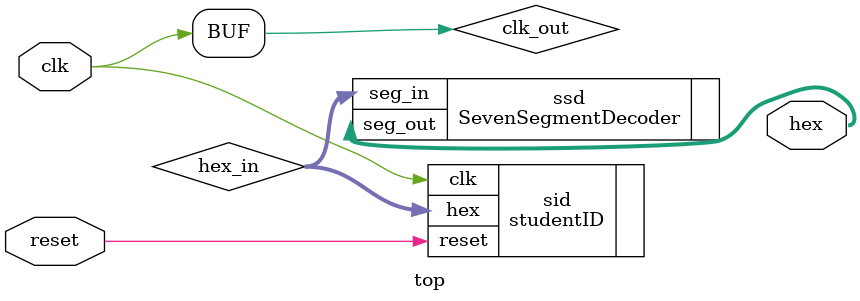
<source format=v>
module top(hex,clk,reset);
  output[6:0] hex;
  input clk,reset;
  wire[3:0] hex_in;
  wire clk_out;
  studentID sid(.hex(hex_in),.clk(clk_out),.reset(reset));
   SevenSegmentDecoder ssd(.seg_out(hex) ,.seg_in(hex_in));
  assign clk_out = clk;
   //freq_div_23 fd(.clk_out(clk_out), .clk(clk), .reset(reset));
 endmodule
</source>
